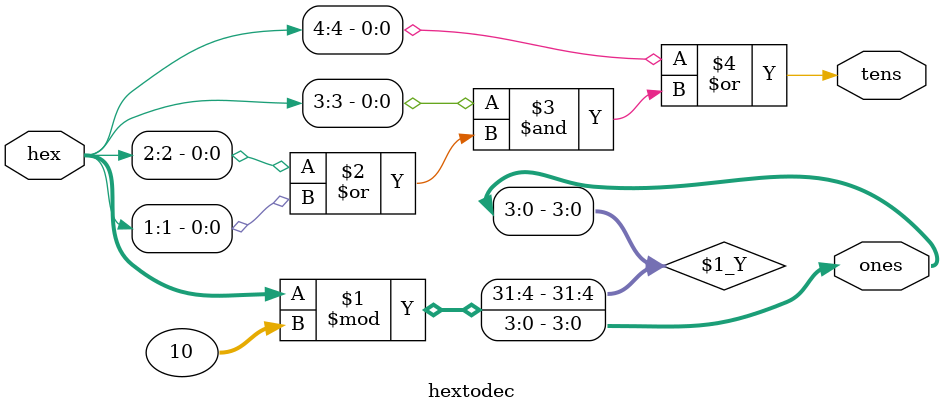
<source format=v>
`timescale 1ns / 1ps
module hextodec(input[4:0] hex, output tens, output[3:0] ones);
    assign ones = hex % 10;
    assign tens = hex[4] | (hex[3] & (hex[2] | hex[1]));
endmodule
</source>
